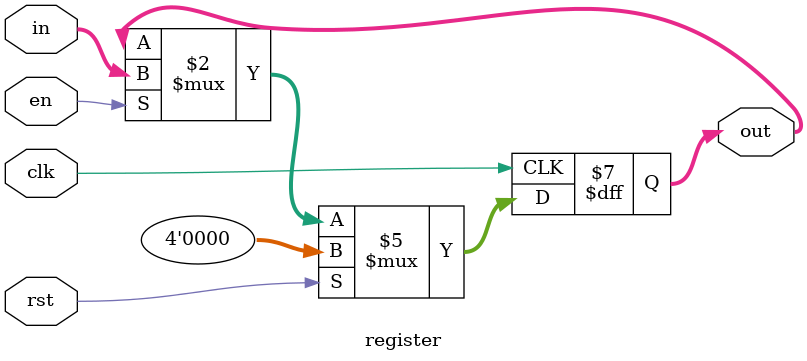
<source format=v>
module register(input clk,rst,en,              //寄存器
                input [3:0] in,
                output reg [3:0] out);
    always @(posedge clk) begin
        if(rst)  out <= 4'b0000;
        else if(en) out <= in;
    end
endmodule

</source>
